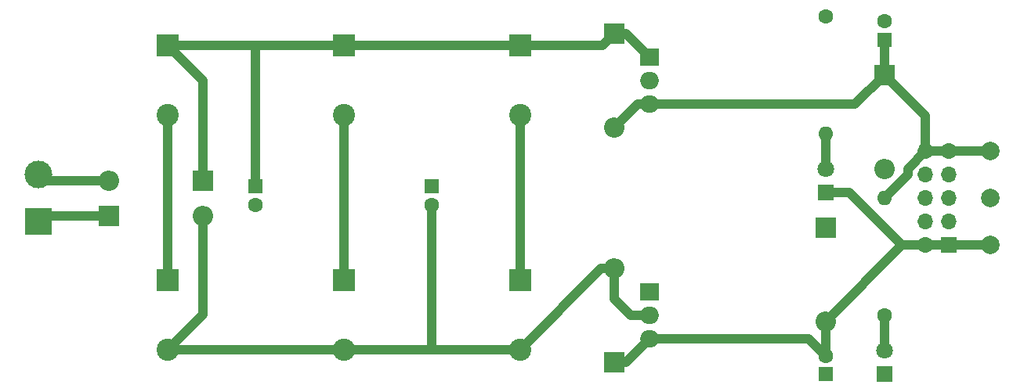
<source format=gbr>
%TF.GenerationSoftware,KiCad,Pcbnew,(5.1.7)-1*%
%TF.CreationDate,2020-10-26T00:04:38+01:00*%
%TF.ProjectId,PSU,5053552e-6b69-4636-9164-5f7063625858,rev?*%
%TF.SameCoordinates,Original*%
%TF.FileFunction,Copper,L2,Bot*%
%TF.FilePolarity,Positive*%
%FSLAX46Y46*%
G04 Gerber Fmt 4.6, Leading zero omitted, Abs format (unit mm)*
G04 Created by KiCad (PCBNEW (5.1.7)-1) date 2020-10-26 00:04:38*
%MOMM*%
%LPD*%
G01*
G04 APERTURE LIST*
%TA.AperFunction,ComponentPad*%
%ADD10C,1.600000*%
%TD*%
%TA.AperFunction,ComponentPad*%
%ADD11R,1.600000X1.600000*%
%TD*%
%TA.AperFunction,ComponentPad*%
%ADD12C,2.400000*%
%TD*%
%TA.AperFunction,ComponentPad*%
%ADD13R,2.400000X2.400000*%
%TD*%
%TA.AperFunction,ComponentPad*%
%ADD14C,1.800000*%
%TD*%
%TA.AperFunction,ComponentPad*%
%ADD15R,1.800000X1.800000*%
%TD*%
%TA.AperFunction,ComponentPad*%
%ADD16R,3.000000X3.000000*%
%TD*%
%TA.AperFunction,ComponentPad*%
%ADD17C,3.000000*%
%TD*%
%TA.AperFunction,ComponentPad*%
%ADD18R,1.700000X1.700000*%
%TD*%
%TA.AperFunction,ComponentPad*%
%ADD19O,1.700000X1.700000*%
%TD*%
%TA.AperFunction,ComponentPad*%
%ADD20O,2.000000X1.905000*%
%TD*%
%TA.AperFunction,ComponentPad*%
%ADD21R,2.000000X1.905000*%
%TD*%
%TA.AperFunction,ComponentPad*%
%ADD22O,1.600000X1.600000*%
%TD*%
%TA.AperFunction,ComponentPad*%
%ADD23O,2.200000X2.200000*%
%TD*%
%TA.AperFunction,ComponentPad*%
%ADD24R,2.200000X2.200000*%
%TD*%
%TA.AperFunction,ComponentPad*%
%ADD25C,2.000000*%
%TD*%
%TA.AperFunction,Conductor*%
%ADD26C,1.000000*%
%TD*%
G04 APERTURE END LIST*
D10*
%TO.P,C1,2*%
%TO.N,GND*%
X78740000Y-73120000D03*
D11*
%TO.P,C1,1*%
%TO.N,Net-(C1-Pad1)*%
X78740000Y-71120000D03*
%TD*%
D12*
%TO.P,C2,2*%
%TO.N,GND*%
X69215000Y-63380000D03*
D13*
%TO.P,C2,1*%
%TO.N,Net-(C1-Pad1)*%
X69215000Y-55880000D03*
%TD*%
D12*
%TO.P,C3,2*%
%TO.N,GND*%
X88265000Y-63380000D03*
D13*
%TO.P,C3,1*%
%TO.N,Net-(C1-Pad1)*%
X88265000Y-55880000D03*
%TD*%
%TO.P,C4,1*%
%TO.N,Net-(C1-Pad1)*%
X107315000Y-55880000D03*
D12*
%TO.P,C4,2*%
%TO.N,GND*%
X107315000Y-63380000D03*
%TD*%
D11*
%TO.P,C5,1*%
%TO.N,GND*%
X97790000Y-71120000D03*
D10*
%TO.P,C5,2*%
%TO.N,Net-(C5-Pad2)*%
X97790000Y-73120000D03*
%TD*%
D13*
%TO.P,C6,1*%
%TO.N,GND*%
X69215000Y-81280000D03*
D12*
%TO.P,C6,2*%
%TO.N,Net-(C5-Pad2)*%
X69215000Y-88780000D03*
%TD*%
D13*
%TO.P,C7,1*%
%TO.N,GND*%
X88265000Y-81280000D03*
D12*
%TO.P,C7,2*%
%TO.N,Net-(C5-Pad2)*%
X88265000Y-88780000D03*
%TD*%
%TO.P,C8,2*%
%TO.N,Net-(C5-Pad2)*%
X107315000Y-88780000D03*
D13*
%TO.P,C8,1*%
%TO.N,GND*%
X107315000Y-81280000D03*
%TD*%
D10*
%TO.P,C9,2*%
%TO.N,GND*%
X146685000Y-53245000D03*
D11*
%TO.P,C9,1*%
%TO.N,Net-(C9-Pad1)*%
X146685000Y-55245000D03*
%TD*%
%TO.P,C10,1*%
%TO.N,GND*%
X140335000Y-91440000D03*
D10*
%TO.P,C10,2*%
%TO.N,Net-(C10-Pad2)*%
X140335000Y-89440000D03*
%TD*%
D14*
%TO.P,D7,2*%
%TO.N,Net-(D7-Pad2)*%
X146685000Y-88900000D03*
D15*
%TO.P,D7,1*%
%TO.N,GND*%
X146685000Y-91440000D03*
%TD*%
%TO.P,D8,1*%
%TO.N,Net-(C10-Pad2)*%
X140335000Y-71755000D03*
D14*
%TO.P,D8,2*%
%TO.N,Net-(D8-Pad2)*%
X140335000Y-69215000D03*
%TD*%
D16*
%TO.P,J1,1*%
%TO.N,Net-(D1-Pad1)*%
X55245000Y-74930000D03*
D17*
%TO.P,J1,2*%
%TO.N,Net-(D2-Pad2)*%
X55245000Y-69850000D03*
%TD*%
D18*
%TO.P,J2,1*%
%TO.N,Net-(C10-Pad2)*%
X153670000Y-77470000D03*
D19*
%TO.P,J2,2*%
X151130000Y-77470000D03*
%TO.P,J2,3*%
%TO.N,GND*%
X153670000Y-74930000D03*
%TO.P,J2,4*%
X151130000Y-74930000D03*
%TO.P,J2,5*%
X153670000Y-72390000D03*
%TO.P,J2,6*%
X151130000Y-72390000D03*
%TO.P,J2,7*%
X153670000Y-69850000D03*
%TO.P,J2,8*%
X151130000Y-69850000D03*
%TO.P,J2,9*%
%TO.N,Net-(C9-Pad1)*%
X153670000Y-67310000D03*
%TO.P,J2,10*%
X151130000Y-67310000D03*
%TD*%
D20*
%TO.P,U1,3*%
%TO.N,Net-(C9-Pad1)*%
X121285000Y-62230000D03*
%TO.P,U1,2*%
%TO.N,GND*%
X121285000Y-59690000D03*
D21*
%TO.P,U1,1*%
%TO.N,Net-(C1-Pad1)*%
X121285000Y-57150000D03*
%TD*%
%TO.P,U2,1*%
%TO.N,GND*%
X121285000Y-82550000D03*
D20*
%TO.P,U2,2*%
%TO.N,Net-(C5-Pad2)*%
X121285000Y-85090000D03*
%TO.P,U2,3*%
%TO.N,Net-(C10-Pad2)*%
X121285000Y-87630000D03*
%TD*%
D22*
%TO.P,R1,2*%
%TO.N,Net-(D8-Pad2)*%
X140335000Y-65405000D03*
D10*
%TO.P,R1,1*%
%TO.N,GND*%
X140335000Y-52705000D03*
%TD*%
%TO.P,R2,1*%
%TO.N,Net-(D7-Pad2)*%
X146685000Y-85090000D03*
D22*
%TO.P,R2,2*%
%TO.N,Net-(C9-Pad1)*%
X146685000Y-72390000D03*
%TD*%
D23*
%TO.P,D1,2*%
%TO.N,Net-(C5-Pad2)*%
X73025000Y-74295000D03*
D24*
%TO.P,D1,1*%
%TO.N,Net-(D1-Pad1)*%
X62865000Y-74295000D03*
%TD*%
%TO.P,D2,1*%
%TO.N,Net-(C1-Pad1)*%
X73025000Y-70485000D03*
D23*
%TO.P,D2,2*%
%TO.N,Net-(D2-Pad2)*%
X62865000Y-70485000D03*
%TD*%
D24*
%TO.P,D3,1*%
%TO.N,Net-(C1-Pad1)*%
X117475000Y-54610000D03*
D23*
%TO.P,D3,2*%
%TO.N,Net-(C9-Pad1)*%
X117475000Y-64770000D03*
%TD*%
%TO.P,D4,2*%
%TO.N,Net-(C5-Pad2)*%
X117475000Y-80010000D03*
D24*
%TO.P,D4,1*%
%TO.N,Net-(C10-Pad2)*%
X117475000Y-90170000D03*
%TD*%
D23*
%TO.P,D5,2*%
%TO.N,Net-(C10-Pad2)*%
X140335000Y-85725000D03*
D24*
%TO.P,D5,1*%
%TO.N,GND*%
X140335000Y-75565000D03*
%TD*%
%TO.P,D6,1*%
%TO.N,Net-(C9-Pad1)*%
X146685000Y-59055000D03*
D23*
%TO.P,D6,2*%
%TO.N,GND*%
X146685000Y-69215000D03*
%TD*%
D25*
%TO.P,TP1,1*%
%TO.N,Net-(C9-Pad1)*%
X158115000Y-67310000D03*
%TD*%
%TO.P,TP2,1*%
%TO.N,GND*%
X158115000Y-72390000D03*
%TD*%
%TO.P,TP3,1*%
%TO.N,Net-(C10-Pad2)*%
X158115000Y-77470000D03*
%TD*%
D26*
%TO.N,GND*%
X69215000Y-63380000D02*
X69215000Y-81280000D01*
X88265000Y-81280000D02*
X88265000Y-63380000D01*
X107315000Y-63380000D02*
X107315000Y-81280000D01*
%TO.N,Net-(C1-Pad1)*%
X73025000Y-59690000D02*
X69215000Y-55880000D01*
X73025000Y-70485000D02*
X73025000Y-59690000D01*
X88265000Y-55880000D02*
X107315000Y-55880000D01*
X78740000Y-71120000D02*
X78740000Y-55880000D01*
X78740000Y-55880000D02*
X88265000Y-55880000D01*
X69215000Y-55880000D02*
X78740000Y-55880000D01*
X116205000Y-55880000D02*
X117475000Y-54610000D01*
X107315000Y-55880000D02*
X116205000Y-55880000D01*
X118745000Y-54610000D02*
X121285000Y-57150000D01*
X117475000Y-54610000D02*
X118745000Y-54610000D01*
%TO.N,Net-(C5-Pad2)*%
X73025000Y-84970000D02*
X69215000Y-88780000D01*
X73025000Y-74295000D02*
X73025000Y-84970000D01*
X69215000Y-88780000D02*
X88265000Y-88780000D01*
X97790000Y-88660000D02*
X97670000Y-88780000D01*
X97790000Y-73120000D02*
X97790000Y-88660000D01*
X97670000Y-88780000D02*
X107315000Y-88780000D01*
X88265000Y-88780000D02*
X97670000Y-88780000D01*
X117475000Y-83280000D02*
X117475000Y-80010000D01*
X119285000Y-85090000D02*
X117475000Y-83280000D01*
X121285000Y-85090000D02*
X119285000Y-85090000D01*
X116085000Y-80010000D02*
X117475000Y-80010000D01*
X107315000Y-88780000D02*
X116085000Y-80010000D01*
%TO.N,Net-(C9-Pad1)*%
X120015000Y-62230000D02*
X117475000Y-64770000D01*
X121285000Y-62230000D02*
X120015000Y-62230000D01*
X143510000Y-62230000D02*
X146685000Y-59055000D01*
X121285000Y-62230000D02*
X143510000Y-62230000D01*
X146685000Y-55245000D02*
X146685000Y-59055000D01*
X151130000Y-67310000D02*
X153670000Y-67310000D01*
X153670000Y-67310000D02*
X158115000Y-67310000D01*
X146685000Y-72390000D02*
X149225000Y-69850000D01*
X149225000Y-69215000D02*
X151130000Y-67310000D01*
X149225000Y-69850000D02*
X149225000Y-69215000D01*
X151130000Y-63500000D02*
X146685000Y-59055000D01*
X151130000Y-67310000D02*
X151130000Y-63500000D01*
%TO.N,Net-(C10-Pad2)*%
X118745000Y-90170000D02*
X121285000Y-87630000D01*
X117475000Y-90170000D02*
X118745000Y-90170000D01*
X138525000Y-87630000D02*
X140335000Y-89440000D01*
X121285000Y-87630000D02*
X138525000Y-87630000D01*
X140335000Y-89440000D02*
X140335000Y-85725000D01*
X158115000Y-77470000D02*
X153670000Y-77470000D01*
X153670000Y-77470000D02*
X151130000Y-77470000D01*
X140335000Y-85725000D02*
X148590000Y-77470000D01*
X148590000Y-77470000D02*
X151130000Y-77470000D01*
X142875000Y-71755000D02*
X148590000Y-77470000D01*
X140335000Y-71755000D02*
X142875000Y-71755000D01*
%TO.N,Net-(D1-Pad1)*%
X55880000Y-74295000D02*
X55245000Y-74930000D01*
X62865000Y-74295000D02*
X55880000Y-74295000D01*
%TO.N,Net-(D2-Pad2)*%
X55880000Y-70485000D02*
X55245000Y-69850000D01*
X62865000Y-70485000D02*
X55880000Y-70485000D01*
%TO.N,Net-(D7-Pad2)*%
X146685000Y-88900000D02*
X146685000Y-85090000D01*
%TO.N,Net-(D8-Pad2)*%
X140335000Y-69215000D02*
X140335000Y-65405000D01*
%TD*%
M02*

</source>
